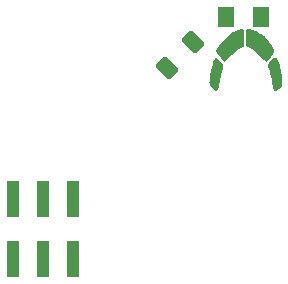
<source format=gbr>
G04 #@! TF.GenerationSoftware,KiCad,Pcbnew,(6.99.0-2452-gdb4f2d9dd8)*
G04 #@! TF.CreationDate,2022-07-21T17:42:47-08:00*
G04 #@! TF.ProjectId,B2,42322e6b-6963-4616-945f-706362585858,rev?*
G04 #@! TF.SameCoordinates,Original*
G04 #@! TF.FileFunction,Soldermask,Bot*
G04 #@! TF.FilePolarity,Negative*
%FSLAX46Y46*%
G04 Gerber Fmt 4.6, Leading zero omitted, Abs format (unit mm)*
G04 Created by KiCad (PCBNEW (6.99.0-2452-gdb4f2d9dd8)) date 2022-07-21 17:42:47*
%MOMM*%
%LPD*%
G01*
G04 APERTURE LIST*
G04 Aperture macros list*
%AMRoundRect*
0 Rectangle with rounded corners*
0 $1 Rounding radius*
0 $2 $3 $4 $5 $6 $7 $8 $9 X,Y pos of 4 corners*
0 Add a 4 corners polygon primitive as box body*
4,1,4,$2,$3,$4,$5,$6,$7,$8,$9,$2,$3,0*
0 Add four circle primitives for the rounded corners*
1,1,$1+$1,$2,$3*
1,1,$1+$1,$4,$5*
1,1,$1+$1,$6,$7*
1,1,$1+$1,$8,$9*
0 Add four rect primitives between the rounded corners*
20,1,$1+$1,$2,$3,$4,$5,0*
20,1,$1+$1,$4,$5,$6,$7,0*
20,1,$1+$1,$6,$7,$8,$9,0*
20,1,$1+$1,$8,$9,$2,$3,0*%
G04 Aperture macros list end*
%ADD10C,0.078000*%
%ADD11RoundRect,0.250000X0.159099X-0.724784X0.724784X-0.159099X-0.159099X0.724784X-0.724784X0.159099X0*%
%ADD12R,1.000000X3.150000*%
%ADD13RoundRect,0.250001X0.462499X0.624999X-0.462499X0.624999X-0.462499X-0.624999X0.462499X-0.624999X0*%
G04 APERTURE END LIST*
D10*
G36*
X150166430Y-79715654D02*
G01*
X150190002Y-79720340D01*
X150211247Y-79728146D01*
X150230285Y-79739158D01*
X150247237Y-79753459D01*
X150262223Y-79771134D01*
X150275362Y-79792267D01*
X150286777Y-79816945D01*
X150296587Y-79845250D01*
X150304912Y-79877268D01*
X150311872Y-79913084D01*
X150317589Y-79952782D01*
X150325773Y-80044163D01*
X150330427Y-80152088D01*
X150332513Y-80277236D01*
X150332994Y-80420283D01*
X150331664Y-80637514D01*
X150329641Y-80728022D01*
X150326392Y-80807563D01*
X150321676Y-80876966D01*
X150315253Y-80937059D01*
X150306883Y-80988672D01*
X150296324Y-81032631D01*
X150283337Y-81069767D01*
X150267680Y-81100908D01*
X150249113Y-81126882D01*
X150227397Y-81148518D01*
X150202289Y-81166644D01*
X150173550Y-81182090D01*
X150140940Y-81195684D01*
X150104217Y-81208254D01*
X150077878Y-81218544D01*
X150046326Y-81234223D01*
X150009977Y-81254967D01*
X149969249Y-81280454D01*
X149924559Y-81310360D01*
X149876324Y-81344362D01*
X149824960Y-81382137D01*
X149770886Y-81423361D01*
X149714517Y-81467713D01*
X149656272Y-81514867D01*
X149535819Y-81616294D01*
X149474446Y-81669920D01*
X149412864Y-81725056D01*
X149351490Y-81781380D01*
X149290743Y-81838569D01*
X148706046Y-82396273D01*
X148368010Y-81969468D01*
X148029973Y-81542660D01*
X148215401Y-81217119D01*
X148276339Y-81115650D01*
X148343454Y-81014041D01*
X148416141Y-80912872D01*
X148493797Y-80812718D01*
X148575818Y-80714157D01*
X148661600Y-80617765D01*
X148750540Y-80524120D01*
X148842033Y-80433800D01*
X148935475Y-80347380D01*
X149030263Y-80265438D01*
X149125793Y-80188551D01*
X149221462Y-80117297D01*
X149316664Y-80052252D01*
X149410797Y-79993993D01*
X149503257Y-79943098D01*
X149593439Y-79900143D01*
X149719109Y-79845820D01*
X149829692Y-79799914D01*
X149926150Y-79763102D01*
X150009447Y-79736061D01*
X150046461Y-79726417D01*
X150080546Y-79719469D01*
X150111822Y-79715303D01*
X150140410Y-79714003D01*
X150166430Y-79715654D01*
G37*
X150166430Y-79715654D02*
X150190002Y-79720340D01*
X150211247Y-79728146D01*
X150230285Y-79739158D01*
X150247237Y-79753459D01*
X150262223Y-79771134D01*
X150275362Y-79792267D01*
X150286777Y-79816945D01*
X150296587Y-79845250D01*
X150304912Y-79877268D01*
X150311872Y-79913084D01*
X150317589Y-79952782D01*
X150325773Y-80044163D01*
X150330427Y-80152088D01*
X150332513Y-80277236D01*
X150332994Y-80420283D01*
X150331664Y-80637514D01*
X150329641Y-80728022D01*
X150326392Y-80807563D01*
X150321676Y-80876966D01*
X150315253Y-80937059D01*
X150306883Y-80988672D01*
X150296324Y-81032631D01*
X150283337Y-81069767D01*
X150267680Y-81100908D01*
X150249113Y-81126882D01*
X150227397Y-81148518D01*
X150202289Y-81166644D01*
X150173550Y-81182090D01*
X150140940Y-81195684D01*
X150104217Y-81208254D01*
X150077878Y-81218544D01*
X150046326Y-81234223D01*
X150009977Y-81254967D01*
X149969249Y-81280454D01*
X149924559Y-81310360D01*
X149876324Y-81344362D01*
X149824960Y-81382137D01*
X149770886Y-81423361D01*
X149714517Y-81467713D01*
X149656272Y-81514867D01*
X149535819Y-81616294D01*
X149474446Y-81669920D01*
X149412864Y-81725056D01*
X149351490Y-81781380D01*
X149290743Y-81838569D01*
X148706046Y-82396273D01*
X148368010Y-81969468D01*
X148029973Y-81542660D01*
X148215401Y-81217119D01*
X148276339Y-81115650D01*
X148343454Y-81014041D01*
X148416141Y-80912872D01*
X148493797Y-80812718D01*
X148575818Y-80714157D01*
X148661600Y-80617765D01*
X148750540Y-80524120D01*
X148842033Y-80433800D01*
X148935475Y-80347380D01*
X149030263Y-80265438D01*
X149125793Y-80188551D01*
X149221462Y-80117297D01*
X149316664Y-80052252D01*
X149410797Y-79993993D01*
X149503257Y-79943098D01*
X149593439Y-79900143D01*
X149719109Y-79845820D01*
X149829692Y-79799914D01*
X149926150Y-79763102D01*
X150009447Y-79736061D01*
X150046461Y-79726417D01*
X150080546Y-79719469D01*
X150111822Y-79715303D01*
X150140410Y-79714003D01*
X150166430Y-79715654D01*
G36*
X147958445Y-82181808D02*
G01*
X147963059Y-82182938D01*
X147968323Y-82184800D01*
X147974215Y-82187373D01*
X147987794Y-82194582D01*
X148003617Y-82204415D01*
X148021504Y-82216724D01*
X148041277Y-82231358D01*
X148062757Y-82248170D01*
X148085765Y-82267008D01*
X148110122Y-82287724D01*
X148135650Y-82310168D01*
X148162170Y-82334192D01*
X148189502Y-82359645D01*
X148217468Y-82386379D01*
X148245890Y-82414243D01*
X148274587Y-82443089D01*
X148303382Y-82472768D01*
X148351386Y-82523164D01*
X148393241Y-82568257D01*
X148429122Y-82609030D01*
X148444876Y-82628103D01*
X148459202Y-82646464D01*
X148472122Y-82664237D01*
X148483657Y-82681542D01*
X148493829Y-82698505D01*
X148502661Y-82715247D01*
X148510173Y-82731890D01*
X148516388Y-82748559D01*
X148521327Y-82765375D01*
X148525012Y-82782462D01*
X148527466Y-82799942D01*
X148528709Y-82817937D01*
X148528764Y-82836572D01*
X148527652Y-82855967D01*
X148525396Y-82876248D01*
X148522017Y-82897535D01*
X148517536Y-82919951D01*
X148511976Y-82943621D01*
X148497706Y-82995209D01*
X148479380Y-83053280D01*
X148457173Y-83118817D01*
X148431259Y-83192802D01*
X148399441Y-83291599D01*
X148366984Y-83408286D01*
X148334796Y-83538555D01*
X148303786Y-83678100D01*
X148274864Y-83822614D01*
X148248936Y-83967789D01*
X148226913Y-84109319D01*
X148209703Y-84242897D01*
X148194692Y-84364642D01*
X148178610Y-84472190D01*
X148161122Y-84565761D01*
X148141896Y-84645575D01*
X148131527Y-84680393D01*
X148120598Y-84711854D01*
X148109068Y-84739987D01*
X148096894Y-84764818D01*
X148084036Y-84786376D01*
X148070452Y-84804688D01*
X148056100Y-84819782D01*
X148040938Y-84831685D01*
X148024925Y-84840425D01*
X148008018Y-84846029D01*
X147990177Y-84848526D01*
X147971360Y-84847942D01*
X147951525Y-84844305D01*
X147930630Y-84837643D01*
X147908633Y-84827984D01*
X147885494Y-84815354D01*
X147861170Y-84799782D01*
X147835619Y-84781296D01*
X147780672Y-84735688D01*
X147720320Y-84678753D01*
X147654228Y-84610710D01*
X147654231Y-84610709D01*
X147617075Y-84570197D01*
X147584204Y-84531938D01*
X147555459Y-84495177D01*
X147542583Y-84477124D01*
X147530678Y-84459162D01*
X147519725Y-84441199D01*
X147509703Y-84423140D01*
X147500592Y-84404891D01*
X147492373Y-84386357D01*
X147485025Y-84367445D01*
X147478528Y-84348060D01*
X147472863Y-84328109D01*
X147468009Y-84307496D01*
X147463946Y-84286129D01*
X147460655Y-84263913D01*
X147458115Y-84240753D01*
X147456307Y-84216556D01*
X147455209Y-84191228D01*
X147454804Y-84164673D01*
X147455986Y-84107511D01*
X147459694Y-84044316D01*
X147465767Y-83974336D01*
X147474047Y-83896817D01*
X147484371Y-83811007D01*
X147501505Y-83689014D01*
X147522977Y-83560331D01*
X147576616Y-83290933D01*
X147640652Y-83018885D01*
X147710448Y-82760260D01*
X147781368Y-82531129D01*
X147848775Y-82347565D01*
X147879713Y-82277893D01*
X147908033Y-82225640D01*
X147933156Y-82192815D01*
X147944338Y-82184316D01*
X147954503Y-82181427D01*
X147958445Y-82181808D01*
G37*
X147958445Y-82181808D02*
X147963059Y-82182938D01*
X147968323Y-82184800D01*
X147974215Y-82187373D01*
X147987794Y-82194582D01*
X148003617Y-82204415D01*
X148021504Y-82216724D01*
X148041277Y-82231358D01*
X148062757Y-82248170D01*
X148085765Y-82267008D01*
X148110122Y-82287724D01*
X148135650Y-82310168D01*
X148162170Y-82334192D01*
X148189502Y-82359645D01*
X148217468Y-82386379D01*
X148245890Y-82414243D01*
X148274587Y-82443089D01*
X148303382Y-82472768D01*
X148351386Y-82523164D01*
X148393241Y-82568257D01*
X148429122Y-82609030D01*
X148444876Y-82628103D01*
X148459202Y-82646464D01*
X148472122Y-82664237D01*
X148483657Y-82681542D01*
X148493829Y-82698505D01*
X148502661Y-82715247D01*
X148510173Y-82731890D01*
X148516388Y-82748559D01*
X148521327Y-82765375D01*
X148525012Y-82782462D01*
X148527466Y-82799942D01*
X148528709Y-82817937D01*
X148528764Y-82836572D01*
X148527652Y-82855967D01*
X148525396Y-82876248D01*
X148522017Y-82897535D01*
X148517536Y-82919951D01*
X148511976Y-82943621D01*
X148497706Y-82995209D01*
X148479380Y-83053280D01*
X148457173Y-83118817D01*
X148431259Y-83192802D01*
X148399441Y-83291599D01*
X148366984Y-83408286D01*
X148334796Y-83538555D01*
X148303786Y-83678100D01*
X148274864Y-83822614D01*
X148248936Y-83967789D01*
X148226913Y-84109319D01*
X148209703Y-84242897D01*
X148194692Y-84364642D01*
X148178610Y-84472190D01*
X148161122Y-84565761D01*
X148141896Y-84645575D01*
X148131527Y-84680393D01*
X148120598Y-84711854D01*
X148109068Y-84739987D01*
X148096894Y-84764818D01*
X148084036Y-84786376D01*
X148070452Y-84804688D01*
X148056100Y-84819782D01*
X148040938Y-84831685D01*
X148024925Y-84840425D01*
X148008018Y-84846029D01*
X147990177Y-84848526D01*
X147971360Y-84847942D01*
X147951525Y-84844305D01*
X147930630Y-84837643D01*
X147908633Y-84827984D01*
X147885494Y-84815354D01*
X147861170Y-84799782D01*
X147835619Y-84781296D01*
X147780672Y-84735688D01*
X147720320Y-84678753D01*
X147654228Y-84610710D01*
X147654231Y-84610709D01*
X147617075Y-84570197D01*
X147584204Y-84531938D01*
X147555459Y-84495177D01*
X147542583Y-84477124D01*
X147530678Y-84459162D01*
X147519725Y-84441199D01*
X147509703Y-84423140D01*
X147500592Y-84404891D01*
X147492373Y-84386357D01*
X147485025Y-84367445D01*
X147478528Y-84348060D01*
X147472863Y-84328109D01*
X147468009Y-84307496D01*
X147463946Y-84286129D01*
X147460655Y-84263913D01*
X147458115Y-84240753D01*
X147456307Y-84216556D01*
X147455209Y-84191228D01*
X147454804Y-84164673D01*
X147455986Y-84107511D01*
X147459694Y-84044316D01*
X147465767Y-83974336D01*
X147474047Y-83896817D01*
X147484371Y-83811007D01*
X147501505Y-83689014D01*
X147522977Y-83560331D01*
X147576616Y-83290933D01*
X147640652Y-83018885D01*
X147710448Y-82760260D01*
X147781368Y-82531129D01*
X147848775Y-82347565D01*
X147879713Y-82277893D01*
X147908033Y-82225640D01*
X147933156Y-82192815D01*
X147944338Y-82184316D01*
X147954503Y-82181427D01*
X147958445Y-82181808D01*
G36*
X150811551Y-79710059D02*
G01*
X150885031Y-79724874D01*
X150967952Y-79748482D01*
X151058656Y-79779998D01*
X151155481Y-79818536D01*
X151256769Y-79863210D01*
X151360860Y-79913135D01*
X151466095Y-79967425D01*
X151570813Y-80025193D01*
X151673356Y-80085555D01*
X151772063Y-80147624D01*
X151865275Y-80210516D01*
X151951333Y-80273343D01*
X152028577Y-80335220D01*
X152095348Y-80395261D01*
X152149985Y-80452581D01*
X152199151Y-80511283D01*
X152255569Y-80581573D01*
X152317251Y-80660803D01*
X152382207Y-80746325D01*
X152448448Y-80835489D01*
X152513984Y-80925647D01*
X152576827Y-81014151D01*
X152634985Y-81098351D01*
X152685451Y-81173714D01*
X152728743Y-81241748D01*
X152764656Y-81303703D01*
X152779781Y-81332793D01*
X152792985Y-81360832D01*
X152804241Y-81387977D01*
X152813524Y-81414384D01*
X152820809Y-81440211D01*
X152826070Y-81465613D01*
X152829281Y-81490746D01*
X152830416Y-81515769D01*
X152829451Y-81540835D01*
X152826359Y-81566103D01*
X152821115Y-81591729D01*
X152813693Y-81617868D01*
X152804067Y-81644678D01*
X152792212Y-81672315D01*
X152778103Y-81700935D01*
X152761713Y-81730695D01*
X152743017Y-81761751D01*
X152721989Y-81794260D01*
X152672837Y-81864261D01*
X152614050Y-81941949D01*
X152545425Y-82028577D01*
X152466756Y-82125396D01*
X152216998Y-82430524D01*
X151550000Y-81790037D01*
X151412507Y-81661377D01*
X151277459Y-81541348D01*
X151148296Y-81432577D01*
X151028460Y-81337692D01*
X150921390Y-81259320D01*
X150873718Y-81227146D01*
X150830527Y-81200087D01*
X150792249Y-81178469D01*
X150759312Y-81162620D01*
X150732147Y-81152871D01*
X150711184Y-81149548D01*
X150698028Y-81149193D01*
X150685536Y-81148084D01*
X150673691Y-81146152D01*
X150662478Y-81143329D01*
X150651881Y-81139548D01*
X150641882Y-81134741D01*
X150632467Y-81128840D01*
X150623618Y-81121777D01*
X150615320Y-81113485D01*
X150607557Y-81103894D01*
X150600313Y-81092938D01*
X150593571Y-81080549D01*
X150587315Y-81066658D01*
X150581529Y-81051199D01*
X150576197Y-81034102D01*
X150571303Y-81015300D01*
X150566831Y-80994726D01*
X150562764Y-80972311D01*
X150559087Y-80947988D01*
X150555783Y-80921688D01*
X150552835Y-80893345D01*
X150550229Y-80862889D01*
X150547948Y-80830253D01*
X150545975Y-80795369D01*
X150544295Y-80758170D01*
X150542891Y-80718587D01*
X150540849Y-80632000D01*
X150539717Y-80535064D01*
X150539369Y-80427236D01*
X150540552Y-80207437D01*
X150545296Y-80037010D01*
X150549566Y-79968378D01*
X150555400Y-79909770D01*
X150563023Y-79860413D01*
X150572659Y-79819533D01*
X150584533Y-79786359D01*
X150598869Y-79760115D01*
X150607031Y-79749351D01*
X150615892Y-79740030D01*
X150625482Y-79732056D01*
X150635827Y-79725331D01*
X150658898Y-79715243D01*
X150685329Y-79708995D01*
X150715346Y-79705813D01*
X150749172Y-79704925D01*
X150811551Y-79710059D01*
G37*
X150811551Y-79710059D02*
X150885031Y-79724874D01*
X150967952Y-79748482D01*
X151058656Y-79779998D01*
X151155481Y-79818536D01*
X151256769Y-79863210D01*
X151360860Y-79913135D01*
X151466095Y-79967425D01*
X151570813Y-80025193D01*
X151673356Y-80085555D01*
X151772063Y-80147624D01*
X151865275Y-80210516D01*
X151951333Y-80273343D01*
X152028577Y-80335220D01*
X152095348Y-80395261D01*
X152149985Y-80452581D01*
X152199151Y-80511283D01*
X152255569Y-80581573D01*
X152317251Y-80660803D01*
X152382207Y-80746325D01*
X152448448Y-80835489D01*
X152513984Y-80925647D01*
X152576827Y-81014151D01*
X152634985Y-81098351D01*
X152685451Y-81173714D01*
X152728743Y-81241748D01*
X152764656Y-81303703D01*
X152779781Y-81332793D01*
X152792985Y-81360832D01*
X152804241Y-81387977D01*
X152813524Y-81414384D01*
X152820809Y-81440211D01*
X152826070Y-81465613D01*
X152829281Y-81490746D01*
X152830416Y-81515769D01*
X152829451Y-81540835D01*
X152826359Y-81566103D01*
X152821115Y-81591729D01*
X152813693Y-81617868D01*
X152804067Y-81644678D01*
X152792212Y-81672315D01*
X152778103Y-81700935D01*
X152761713Y-81730695D01*
X152743017Y-81761751D01*
X152721989Y-81794260D01*
X152672837Y-81864261D01*
X152614050Y-81941949D01*
X152545425Y-82028577D01*
X152466756Y-82125396D01*
X152216998Y-82430524D01*
X151550000Y-81790037D01*
X151412507Y-81661377D01*
X151277459Y-81541348D01*
X151148296Y-81432577D01*
X151028460Y-81337692D01*
X150921390Y-81259320D01*
X150873718Y-81227146D01*
X150830527Y-81200087D01*
X150792249Y-81178469D01*
X150759312Y-81162620D01*
X150732147Y-81152871D01*
X150711184Y-81149548D01*
X150698028Y-81149193D01*
X150685536Y-81148084D01*
X150673691Y-81146152D01*
X150662478Y-81143329D01*
X150651881Y-81139548D01*
X150641882Y-81134741D01*
X150632467Y-81128840D01*
X150623618Y-81121777D01*
X150615320Y-81113485D01*
X150607557Y-81103894D01*
X150600313Y-81092938D01*
X150593571Y-81080549D01*
X150587315Y-81066658D01*
X150581529Y-81051199D01*
X150576197Y-81034102D01*
X150571303Y-81015300D01*
X150566831Y-80994726D01*
X150562764Y-80972311D01*
X150559087Y-80947988D01*
X150555783Y-80921688D01*
X150552835Y-80893345D01*
X150550229Y-80862889D01*
X150547948Y-80830253D01*
X150545975Y-80795369D01*
X150544295Y-80758170D01*
X150542891Y-80718587D01*
X150540849Y-80632000D01*
X150539717Y-80535064D01*
X150539369Y-80427236D01*
X150540552Y-80207437D01*
X150545296Y-80037010D01*
X150549566Y-79968378D01*
X150555400Y-79909770D01*
X150563023Y-79860413D01*
X150572659Y-79819533D01*
X150584533Y-79786359D01*
X150598869Y-79760115D01*
X150607031Y-79749351D01*
X150615892Y-79740030D01*
X150625482Y-79732056D01*
X150635827Y-79725331D01*
X150658898Y-79715243D01*
X150685329Y-79708995D01*
X150715346Y-79705813D01*
X150749172Y-79704925D01*
X150811551Y-79710059D01*
G36*
X152982047Y-82152493D02*
G01*
X152991809Y-82153736D01*
X153001354Y-82155920D01*
X153010709Y-82159034D01*
X153019904Y-82163065D01*
X153028967Y-82167999D01*
X153037928Y-82173825D01*
X153046814Y-82180529D01*
X153055656Y-82188099D01*
X153073319Y-82205789D01*
X153090520Y-82226964D01*
X153108223Y-82253290D01*
X153144859Y-82320278D01*
X153182679Y-82404530D01*
X153221131Y-82503824D01*
X153259666Y-82615936D01*
X153297735Y-82738645D01*
X153334787Y-82869726D01*
X153370274Y-83006959D01*
X153403644Y-83148118D01*
X153434349Y-83290983D01*
X153461838Y-83433330D01*
X153485562Y-83572936D01*
X153504972Y-83707578D01*
X153519516Y-83835035D01*
X153528646Y-83953082D01*
X153531811Y-84059498D01*
X153531250Y-84128982D01*
X153529451Y-84192496D01*
X153526241Y-84250471D01*
X153521448Y-84303344D01*
X153514898Y-84351546D01*
X153506419Y-84395513D01*
X153495837Y-84435678D01*
X153482980Y-84472474D01*
X153467676Y-84506337D01*
X153449750Y-84537698D01*
X153429030Y-84566993D01*
X153405343Y-84594655D01*
X153378517Y-84621118D01*
X153348378Y-84646816D01*
X153314754Y-84672183D01*
X153277471Y-84697652D01*
X153222987Y-84732959D01*
X153174042Y-84763717D01*
X153130280Y-84789961D01*
X153091341Y-84811723D01*
X153056867Y-84829036D01*
X153026501Y-84841933D01*
X153012746Y-84846736D01*
X152999883Y-84850448D01*
X152987868Y-84853072D01*
X152976656Y-84854613D01*
X152966203Y-84855075D01*
X152956462Y-84854462D01*
X152947391Y-84852778D01*
X152938943Y-84850027D01*
X152931074Y-84846214D01*
X152923739Y-84841342D01*
X152916894Y-84835417D01*
X152910494Y-84828441D01*
X152904493Y-84820419D01*
X152898848Y-84811355D01*
X152888444Y-84790118D01*
X152878923Y-84764764D01*
X152869928Y-84735326D01*
X152869928Y-84735314D01*
X152860557Y-84696767D01*
X152847796Y-84636379D01*
X152814371Y-84462351D01*
X152774182Y-84237777D01*
X152731759Y-83987205D01*
X152708470Y-83856042D01*
X152681289Y-83720545D01*
X152651201Y-83584619D01*
X152619190Y-83452168D01*
X152586242Y-83327096D01*
X152553342Y-83213309D01*
X152521475Y-83114711D01*
X152491625Y-83035206D01*
X152468790Y-82979350D01*
X152449425Y-82929247D01*
X152433727Y-82884107D01*
X152421896Y-82843139D01*
X152417492Y-82823972D01*
X152414129Y-82805551D01*
X152411831Y-82787777D01*
X152410625Y-82770551D01*
X152410533Y-82753775D01*
X152411582Y-82737350D01*
X152413796Y-82721176D01*
X152417200Y-82705154D01*
X152421818Y-82689187D01*
X152427675Y-82673174D01*
X152434797Y-82657017D01*
X152443208Y-82640616D01*
X152452933Y-82623874D01*
X152463996Y-82606691D01*
X152476423Y-82588969D01*
X152490238Y-82570607D01*
X152522131Y-82531572D01*
X152559876Y-82488795D01*
X152603669Y-82441486D01*
X152653710Y-82388851D01*
X152696574Y-82344756D01*
X152736143Y-82305484D01*
X152772647Y-82270936D01*
X152806317Y-82241009D01*
X152837384Y-82215604D01*
X152866080Y-82194621D01*
X152892633Y-82177957D01*
X152905179Y-82171214D01*
X152917276Y-82165513D01*
X152928953Y-82160842D01*
X152940239Y-82157188D01*
X152951162Y-82154539D01*
X152961752Y-82152882D01*
X152972037Y-82152204D01*
X152982047Y-82152493D01*
G37*
X152982047Y-82152493D02*
X152991809Y-82153736D01*
X153001354Y-82155920D01*
X153010709Y-82159034D01*
X153019904Y-82163065D01*
X153028967Y-82167999D01*
X153037928Y-82173825D01*
X153046814Y-82180529D01*
X153055656Y-82188099D01*
X153073319Y-82205789D01*
X153090520Y-82226964D01*
X153108223Y-82253290D01*
X153144859Y-82320278D01*
X153182679Y-82404530D01*
X153221131Y-82503824D01*
X153259666Y-82615936D01*
X153297735Y-82738645D01*
X153334787Y-82869726D01*
X153370274Y-83006959D01*
X153403644Y-83148118D01*
X153434349Y-83290983D01*
X153461838Y-83433330D01*
X153485562Y-83572936D01*
X153504972Y-83707578D01*
X153519516Y-83835035D01*
X153528646Y-83953082D01*
X153531811Y-84059498D01*
X153531250Y-84128982D01*
X153529451Y-84192496D01*
X153526241Y-84250471D01*
X153521448Y-84303344D01*
X153514898Y-84351546D01*
X153506419Y-84395513D01*
X153495837Y-84435678D01*
X153482980Y-84472474D01*
X153467676Y-84506337D01*
X153449750Y-84537698D01*
X153429030Y-84566993D01*
X153405343Y-84594655D01*
X153378517Y-84621118D01*
X153348378Y-84646816D01*
X153314754Y-84672183D01*
X153277471Y-84697652D01*
X153222987Y-84732959D01*
X153174042Y-84763717D01*
X153130280Y-84789961D01*
X153091341Y-84811723D01*
X153056867Y-84829036D01*
X153026501Y-84841933D01*
X153012746Y-84846736D01*
X152999883Y-84850448D01*
X152987868Y-84853072D01*
X152976656Y-84854613D01*
X152966203Y-84855075D01*
X152956462Y-84854462D01*
X152947391Y-84852778D01*
X152938943Y-84850027D01*
X152931074Y-84846214D01*
X152923739Y-84841342D01*
X152916894Y-84835417D01*
X152910494Y-84828441D01*
X152904493Y-84820419D01*
X152898848Y-84811355D01*
X152888444Y-84790118D01*
X152878923Y-84764764D01*
X152869928Y-84735326D01*
X152869928Y-84735314D01*
X152860557Y-84696767D01*
X152847796Y-84636379D01*
X152814371Y-84462351D01*
X152774182Y-84237777D01*
X152731759Y-83987205D01*
X152708470Y-83856042D01*
X152681289Y-83720545D01*
X152651201Y-83584619D01*
X152619190Y-83452168D01*
X152586242Y-83327096D01*
X152553342Y-83213309D01*
X152521475Y-83114711D01*
X152491625Y-83035206D01*
X152468790Y-82979350D01*
X152449425Y-82929247D01*
X152433727Y-82884107D01*
X152421896Y-82843139D01*
X152417492Y-82823972D01*
X152414129Y-82805551D01*
X152411831Y-82787777D01*
X152410625Y-82770551D01*
X152410533Y-82753775D01*
X152411582Y-82737350D01*
X152413796Y-82721176D01*
X152417200Y-82705154D01*
X152421818Y-82689187D01*
X152427675Y-82673174D01*
X152434797Y-82657017D01*
X152443208Y-82640616D01*
X152452933Y-82623874D01*
X152463996Y-82606691D01*
X152476423Y-82588969D01*
X152490238Y-82570607D01*
X152522131Y-82531572D01*
X152559876Y-82488795D01*
X152603669Y-82441486D01*
X152653710Y-82388851D01*
X152696574Y-82344756D01*
X152736143Y-82305484D01*
X152772647Y-82270936D01*
X152806317Y-82241009D01*
X152837384Y-82215604D01*
X152866080Y-82194621D01*
X152892633Y-82177957D01*
X152905179Y-82171214D01*
X152917276Y-82165513D01*
X152928953Y-82160842D01*
X152940239Y-82157188D01*
X152951162Y-82154539D01*
X152961752Y-82152882D01*
X152972037Y-82152204D01*
X152982047Y-82152493D01*
D11*
X143857968Y-83032032D03*
X146050000Y-80840000D03*
D12*
X130799999Y-94094999D03*
X130799999Y-99144999D03*
X133339999Y-94094999D03*
X133339999Y-99144999D03*
X135879999Y-94094999D03*
X135879999Y-99144999D03*
D13*
X151797500Y-78710000D03*
X148822500Y-78710000D03*
M02*

</source>
